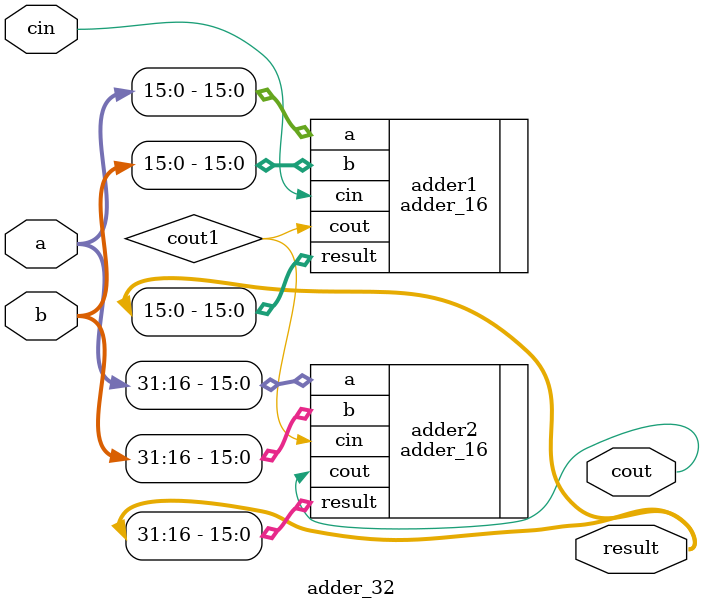
<source format=v>
module adder_32(input[31:0] a, b, input cin, output cout, output[31:0] result);

	wire cout1;

	adder_16 adder1(
		.a(a[15:0]),
		.b(b[15:0]),
		.cin(cin),
		.cout(cout1),
		.result(result[15:0])
	);


	adder_16 adder2(
		.a(a[31:16]),
		.b(b[31:16]),
		.cin(cout1),
		.cout(cout),
		.result(result[31:16])
	);


endmodule


</source>
